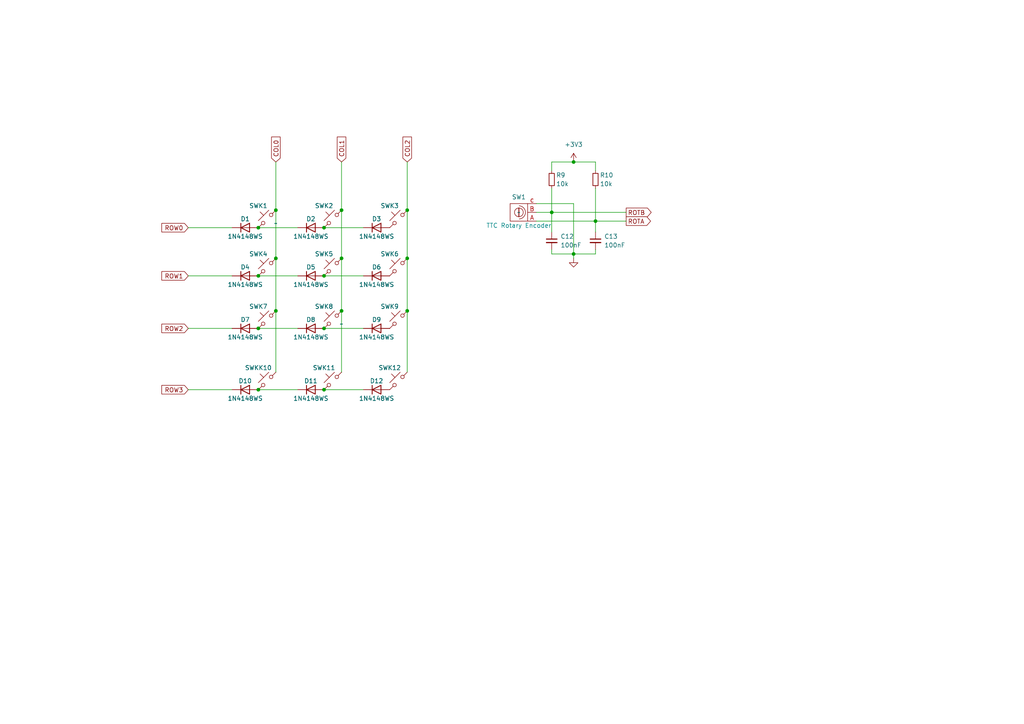
<source format=kicad_sch>
(kicad_sch (version 20230121) (generator eeschema)
  (paper "A4")
  (lib_symbols
    (symbol "Device:C_Small" (pin_numbers hide) (pin_names (offset 0.254) hide)
      (property "Reference" "C" (at 0.254 1.778 0))
      (property "Value" "C_Small" (at 0.254 -2.032 0))
      (symbol "C_Small_0_1"
        (polyline (pts (xy -1.524 -0.508) (xy 1.524 -0.508)) (stroke (width 0.3302)))
        (polyline (pts (xy -1.524 0.508) (xy 1.524 0.508)) (stroke (width 0.3048)))
      )
      (symbol "C_Small_1_1"
        (pin passive line (at 0 2.54 270) (length 2.032) (name "~") (number "1"))
        (pin passive line (at 0 -2.54 90) (length 2.032) (name "~") (number "2"))
      )
    )
    (symbol "Device:R_Small" (pin_numbers hide) (pin_names (offset 0.254) hide)
      (property "Reference" "R" (at 0.762 0.508 0))
      (property "Value" "R_Small" (at 0.762 -1.016 0))
      (symbol "R_Small_0_1"
        (rectangle (start -0.762 1.778) (end 0.762 -1.778) (stroke (width 0.2032)))
      )
      (symbol "R_Small_1_1"
        (pin passive line (at 0 2.54 270) (length 0.762) (name "~") (number "1"))
        (pin passive line (at 0 -2.54 90) (length 0.762) (name "~") (number "2"))
      )
    )
    (symbol "Diode:1N4148WS" (pin_numbers hide) (pin_names hide)
      (property "Reference" "D" (at 0 2.54 0))
      (property "Value" "1N4148WS" (at 0 -2.54 0))
      (symbol "1N4148WS_0_1"
        (polyline (pts (xy -1.27 1.27) (xy -1.27 -1.27)) (stroke (width 0.254)))
        (polyline (pts (xy 1.27 0) (xy -1.27 0)))
        (polyline (pts (xy 1.27 1.27) (xy 1.27 -1.27) (xy -1.27 0) (xy 1.27 1.27)) (stroke (width 0.254)))
      )
      (symbol "1N4148WS_1_1"
        (pin passive line (at -3.81 0 0) (length 2.54) (name "K") (number "1"))
        (pin passive line (at 3.81 0 180) (length 2.54) (name "A") (number "2"))
      )
    )
    (symbol "My_Cuson:e103-07_encoder"
      (property "Reference" "SW" (at 0 3.81 0))
      (symbol "e103-07_encoder_0_1"
        (rectangle (start -2.54 2.54) (end 2.54 -2.54))
        (circle (center 0 0) (radius 1.27))
        (arc (start 0.0878 -1.905) (mid 1.894 0) (end 0.0878 1.905))
      )
      (symbol "e103-07_encoder_1_1"
        (polyline (pts (xy 0 0) (xy 0 0)) (stroke (width 0.3) (type dash)))
        (polyline (pts (xy 0 1.27) (xy 0 -1.27)) (stroke (width 0.25)) (fill (type outline)))
        (text "TTC Rotary Encoder" (at 0 -3.81 0) (effects (font (size 1.27 1.27))))
        (pin input line (at 5.08 -2.54 180) (length 2.54) (name "1") (number "A"))
        (pin input line (at 5.08 0 180) (length 2.54) (name "2") (number "B"))
        (pin input line (at 5.08 2.54 180) (length 2.54) (name "3") (number "C"))
      )
    )
    (symbol "Switch:SW_Push_45deg" (pin_numbers hide) (pin_names (offset 1.016) hide)
      (property "Reference" "SW" (at 3.048 1.016 0))
      (property "Value" "SW_Push_45deg" (at 0 -3.81 0))
      (symbol "SW_Push_45deg_0_1"
        (circle (center -1.1684 1.1684) (radius 0.508))
        (polyline (pts (xy -0.508 2.54) (xy 2.54 -0.508)))
        (polyline (pts (xy 1.016 1.016) (xy 2.032 2.032)))
        (polyline (pts (xy -2.54 2.54) (xy -1.524 1.524) (xy -1.524 1.524)))
        (polyline (pts (xy 1.524 -1.524) (xy 2.54 -2.54) (xy 2.54 -2.54) (xy 2.54 -2.54)))
        (circle (center 1.143 -1.1938) (radius 0.508))
        (pin passive line (at -2.54 2.54 0) (length 0) (name "1") (number "1"))
        (pin passive line (at 2.54 -2.54 180) (length 0) (name "2") (number "2"))
      )
    )
    (symbol "power:+3V3" (power) (pin_names (offset 0))
      (property "Value" "+3V3" (at 0 3.556 0))
      (symbol "+3V3_0_1"
        (polyline (pts (xy -0.762 1.27) (xy 0 2.54)))
        (polyline (pts (xy 0 0) (xy 0 2.54)))
        (polyline (pts (xy 0 2.54) (xy 0.762 1.27)))
      )
      (symbol "+3V3_1_1"
        (pin power_in line (at 0 0 90) (length 0) hide (name "+3V3") (number "1"))
      )
    )
    (symbol "power:GND" (power) (pin_names (offset 0))
      (property "Value" "GND" (at 0 -3.81 0))
      (symbol "GND_0_1"
        (polyline (pts (xy 0 0) (xy 0 -1.27) (xy 1.27 -1.27) (xy 0 -2.54) (xy -1.27 -1.27) (xy 0 -1.27)))
      )
      (symbol "GND_1_1"
        (pin power_in line (at 0 0 270) (length 0) hide (name "GND") (number "1"))
      )
    )
  )
  (junction (at 93.98 80.01))
  (junction (at 80.01 90.17))
  (junction (at 93.98 66.04))
  (junction (at 172.72 64.135))
  (junction (at 74.93 95.25))
  (junction (at 93.98 113.03))
  (junction (at 74.93 66.04))
  (junction (at 74.93 113.03))
  (junction (at 99.06 74.93))
  (junction (at 93.98 95.25))
  (junction (at 166.37 46.99))
  (junction (at 99.06 60.96))
  (junction (at 118.11 90.17))
  (junction (at 80.01 60.96))
  (junction (at 166.37 73.66))
  (junction (at 118.11 74.93))
  (junction (at 80.01 74.93))
  (junction (at 99.06 90.17))
  (junction (at 118.11 60.96))
  (junction (at 160.02 61.595))
  (junction (at 74.93 80.01))
  (wire (pts (xy 80.01 46.99) (xy 80.01 60.96)))
  (wire (pts (xy 172.72 49.53) (xy 172.72 46.99)))
  (wire (pts (xy 166.37 73.66) (xy 166.37 74.93)))
  (wire (pts (xy 172.72 54.61) (xy 172.72 64.135)))
  (wire (pts (xy 80.01 74.93) (xy 80.01 90.17)))
  (wire (pts (xy 160.02 72.39) (xy 160.02 73.66)))
  (wire (pts (xy 99.06 74.93) (xy 99.06 90.17)))
  (wire (pts (xy 74.93 95.25) (xy 86.36 95.25)))
  (wire (pts (xy 166.37 59.055) (xy 155.575 59.055)))
  (wire (pts (xy 74.93 113.03) (xy 86.36 113.03)))
  (wire (pts (xy 93.98 80.01) (xy 105.41 80.01)))
  (wire (pts (xy 155.575 64.135) (xy 172.72 64.135)))
  (wire (pts (xy 160.02 61.595) (xy 160.02 67.31)))
  (wire (pts (xy 172.72 73.66) (xy 166.37 73.66)))
  (wire (pts (xy 93.98 95.25) (xy 105.41 95.25)))
  (wire (pts (xy 172.72 72.39) (xy 172.72 73.66)))
  (wire (pts (xy 74.93 66.04) (xy 86.36 66.04)))
  (wire (pts (xy 99.06 46.99) (xy 99.06 60.96)))
  (wire (pts (xy 118.11 46.99) (xy 118.11 60.96)))
  (wire (pts (xy 118.11 90.17) (xy 118.11 107.95)))
  (wire (pts (xy 160.02 46.99) (xy 160.02 49.53)))
  (wire (pts (xy 166.37 46.99) (xy 172.72 46.99)))
  (wire (pts (xy 160.02 54.61) (xy 160.02 61.595)))
  (wire (pts (xy 54.61 113.03) (xy 67.31 113.03)))
  (wire (pts (xy 80.01 60.96) (xy 80.01 74.93)))
  (wire (pts (xy 172.72 64.135) (xy 172.72 67.31)))
  (wire (pts (xy 93.98 66.04) (xy 105.41 66.04)))
  (wire (pts (xy 93.98 113.03) (xy 105.41 113.03)))
  (wire (pts (xy 118.11 74.93) (xy 118.11 90.17)))
  (wire (pts (xy 99.06 60.96) (xy 99.06 74.93)))
  (wire (pts (xy 54.61 80.01) (xy 67.31 80.01)))
  (wire (pts (xy 80.01 90.17) (xy 80.01 107.95)))
  (wire (pts (xy 74.93 80.01) (xy 86.36 80.01)))
  (wire (pts (xy 99.06 90.17) (xy 99.06 107.95)))
  (wire (pts (xy 160.02 46.99) (xy 166.37 46.99)))
  (wire (pts (xy 54.61 66.04) (xy 67.31 66.04)))
  (wire (pts (xy 118.11 60.96) (xy 118.11 74.93)))
  (wire (pts (xy 54.61 95.25) (xy 67.31 95.25)))
  (wire (pts (xy 155.575 61.595) (xy 160.02 61.595)))
  (wire (pts (xy 160.02 61.595) (xy 181.61 61.595)))
  (wire (pts (xy 166.37 59.055) (xy 166.37 73.66)))
  (wire (pts (xy 172.72 64.135) (xy 181.61 64.135)))
  (wire (pts (xy 160.02 73.66) (xy 166.37 73.66)))
  (global_label "COL1" (shape input) (at 99.06 46.99 90) (property "Intersheetrefs" "${INTERSHEET_REFS}" (effects hide)))
  (global_label "ROW0" (shape input) (at 54.61 66.04 180) (property "Intersheetrefs" "${INTERSHEET_REFS}" (effects hide)))
  (global_label "ROW3" (shape input) (at 54.61 113.03 180) (property "Intersheetrefs" "${INTERSHEET_REFS}" (effects hide)))
  (global_label "ROW2" (shape input) (at 54.61 95.25 180) (property "Intersheetrefs" "${INTERSHEET_REFS}" (effects hide)))
  (global_label "ROTA" (shape output) (at 181.61 64.135 0) (property "Intersheetrefs" "${INTERSHEET_REFS}" (effects hide)))
  (global_label "COL0" (shape input) (at 80.01 46.99 90) (property "Intersheetrefs" "${INTERSHEET_REFS}" (effects hide)))
  (global_label "ROW1" (shape input) (at 54.61 80.01 180) (property "Intersheetrefs" "${INTERSHEET_REFS}" (effects hide)))
  (global_label "COL2" (shape input) (at 118.11 46.99 90) (property "Intersheetrefs" "${INTERSHEET_REFS}" (effects hide)))
  (global_label "ROTB" (shape output) (at 181.61 61.595 0) (property "Intersheetrefs" "${INTERSHEET_REFS}" (effects hide)))
  (symbol (lib_id "Diode:1N4148WS") (at 90.17 95.25 0) (unit 1)
    (property "Reference" "D8" (at 90.17 92.71 0))
    (property "Value" "1N4148WS" (at 90.17 97.79 0))
    (property "Footprint" "Diode_SMD:D_SOD-323" (effects hide))
    (property "Datasheet" "https://www.vishay.com/docs/85751/1n4148ws.pdf" (effects hide))
    (property "Sim.Device" "D" (effects hide))
    (property "Sim.Pins" "1=K 2=A" (effects hide))
  )
  (symbol (lib_id "Diode:1N4148WS") (at 109.22 95.25 0) (unit 1)
    (property "Reference" "D9" (at 109.22 92.71 0))
    (property "Value" "1N4148WS" (at 109.22 97.79 0))
    (property "Footprint" "Diode_SMD:D_SOD-323" (effects hide))
    (property "Datasheet" "https://www.vishay.com/docs/85751/1n4148ws.pdf" (effects hide))
    (property "Sim.Device" "D" (effects hide))
    (property "Sim.Pins" "1=K 2=A" (effects hide))
  )
  (symbol (lib_id "Diode:1N4148WS") (at 71.12 66.04 0) (unit 1)
    (property "Reference" "D1" (at 71.12 63.5 0))
    (property "Value" "1N4148WS" (at 71.12 68.58 0))
    (property "Footprint" "Diode_SMD:D_SOD-323" (effects hide))
    (property "Datasheet" "https://www.vishay.com/docs/85751/1n4148ws.pdf" (effects hide))
    (property "Sim.Device" "D" (effects hide))
    (property "Sim.Pins" "1=K 2=A" (effects hide))
  )
  (symbol (lib_id "Switch:SW_Push_45deg") (at 96.52 77.47 0) (mirror y) (unit 1)
    (property "Reference" "SWK5" (at 93.98 73.66 0))
    (property "Value" "KEY5" (effects hide))
    (property "Footprint" "Button_Switch_Keyboard:SW_Cherry_MX_1.00u_PCB" (effects hide))
  )
  (symbol (lib_id "Device:C_Small") (at 160.02 69.85 0) (unit 1)
    (property "Reference" "C12" (at 162.56 68.58 0) (effects (justify left)))
    (property "Value" "100nF" (at 162.56 71.12 0) (effects (justify left)))
    (property "Footprint" "Capacitor_SMD:C_0402_1005Metric" (effects hide))
    (property "LCSC" "C1525" (effects hide))
    (instances (project "pro72" (path "" (reference "C12") (unit 1))) (project "isometria-75-pcb-iso" (path "" (reference "C19") (unit 1))))
  )
  (symbol (lib_id "Switch:SW_Push_45deg") (at 115.57 92.71 0) (mirror y) (unit 1)
    (property "Reference" "SWK9" (at 113.03 88.9 0))
    (property "Value" "KEY6" (effects hide))
    (property "Footprint" "Button_Switch_Keyboard:SW_Cherry_MX_1.00u_PCB" (effects hide))
  )
  (symbol (lib_id "Switch:SW_Push_45deg") (at 115.57 63.5 0) (mirror y) (unit 1)
    (property "Reference" "SWK3" (at 113.03 59.69 0))
    (property "Value" "KEY3" (effects hide))
    (property "Footprint" "Button_Switch_Keyboard:SW_Cherry_MX_1.00u_PCB" (effects hide))
  )
  (symbol (lib_id "Diode:1N4148WS") (at 109.22 66.04 0) (unit 1)
    (property "Reference" "D3" (at 109.22 63.5 0))
    (property "Value" "1N4148WS" (at 109.22 68.58 0))
    (property "Footprint" "Diode_SMD:D_SOD-323" (effects hide))
    (property "Datasheet" "https://www.vishay.com/docs/85751/1n4148ws.pdf" (effects hide))
    (property "Sim.Device" "D" (effects hide))
    (property "Sim.Pins" "1=K 2=A" (effects hide))
  )
  (symbol (lib_id "Device:R_Small") (at 172.72 52.07 0) (unit 1)
    (property "Reference" "R10" (at 173.99 50.8 0) (effects (justify left)))
    (property "Value" "10k" (at 173.99 53.34 0) (effects (justify left)))
    (property "Footprint" "Resistor_SMD:R_0402_1005Metric" (effects hide))
    (property "LCSC" "C25744" (effects hide))
    (instances (project "pro72" (path "" (reference "R10") (unit 1))) (project "isometria-75-pcb-iso" (path "" (reference "R23") (unit 1))))
  )
  (symbol (lib_id "Diode:1N4148WS") (at 90.17 113.03 0) (unit 1)
    (property "Reference" "D11" (at 90.17 110.49 0))
    (property "Value" "1N4148WS" (at 90.17 115.57 0))
    (property "Footprint" "Diode_SMD:D_SOD-323" (effects hide))
    (property "Datasheet" "https://www.vishay.com/docs/85751/1n4148ws.pdf" (effects hide))
    (property "Sim.Device" "D" (effects hide))
    (property "Sim.Pins" "1=K 2=A" (effects hide))
  )
  (symbol (lib_id "Switch:SW_Push_45deg") (at 96.52 63.5 0) (mirror y) (unit 1)
    (property "Reference" "SWK2" (at 93.98 59.69 0))
    (property "Value" "KEY2" (effects hide))
    (property "Footprint" "Button_Switch_Keyboard:SW_Cherry_MX_1.00u_PCB" (effects hide))
  )
  (symbol (lib_id "Switch:SW_Push_45deg") (at 115.57 110.49 0) (mirror y) (unit 1)
    (property "Reference" "SWK12" (at 113.03 106.68 0))
    (property "Value" "KEY3" (effects hide))
    (property "Footprint" "Button_Switch_Keyboard:SW_Cherry_MX_1.00u_PCB" (effects hide))
  )
  (symbol (lib_id "Switch:SW_Push_45deg") (at 77.47 92.71 0) (mirror y) (unit 1)
    (property "Reference" "SWK7" (at 74.93 88.9 0))
    (property "Value" "KEY7" (effects hide))
    (property "Footprint" "Button_Switch_Keyboard:SW_Cherry_MX_1.00u_PCB" (effects hide))
  )
  (symbol (lib_id "Device:C_Small") (at 172.72 69.85 0) (unit 1)
    (property "Reference" "C13" (at 175.26 68.58 0) (effects (justify left)))
    (property "Value" "100nF" (at 175.26 71.12 0) (effects (justify left)))
    (property "Footprint" "Capacitor_SMD:C_0402_1005Metric" (effects hide))
    (property "LCSC" "C1525" (effects hide))
    (instances (project "pro72" (path "" (reference "C13") (unit 1))) (project "isometria-75-pcb-iso" (path "" (reference "C19") (unit 1))))
  )
  (symbol (lib_id "Diode:1N4148WS") (at 90.17 66.04 0) (unit 1)
    (property "Reference" "D2" (at 90.17 63.5 0))
    (property "Value" "1N4148WS" (at 90.17 68.58 0))
    (property "Footprint" "Diode_SMD:D_SOD-323" (effects hide))
    (property "Datasheet" "https://www.vishay.com/docs/85751/1n4148ws.pdf" (effects hide))
    (property "Sim.Device" "D" (effects hide))
    (property "Sim.Pins" "1=K 2=A" (effects hide))
  )
  (symbol (lib_id "Switch:SW_Push_45deg") (at 77.47 110.49 0) (mirror y) (unit 1)
    (property "Reference" "SWKK10" (at 74.93 106.68 0))
    (property "Value" "KEY1" (effects hide))
    (property "Footprint" "Button_Switch_Keyboard:SW_Cherry_MX_1.00u_PCB" (effects hide))
  )
  (symbol (lib_id "Device:R_Small") (at 160.02 52.07 0) (unit 1)
    (property "Reference" "R9" (at 161.29 50.8 0) (effects (justify left)))
    (property "Value" "10k" (at 161.29 53.34 0) (effects (justify left)))
    (property "Footprint" "Resistor_SMD:R_0402_1005Metric" (effects hide))
    (property "LCSC" "C25744" (effects hide))
    (instances (project "pro72" (path "" (reference "R9") (unit 1))) (project "isometria-75-pcb-iso" (path "" (reference "R23") (unit 1))))
  )
  (symbol (lib_id "Diode:1N4148WS") (at 109.22 113.03 0) (unit 1)
    (property "Reference" "D12" (at 109.22 110.49 0))
    (property "Value" "1N4148WS" (at 109.22 115.57 0))
    (property "Footprint" "Diode_SMD:D_SOD-323" (effects hide))
    (property "Datasheet" "https://www.vishay.com/docs/85751/1n4148ws.pdf" (effects hide))
    (property "Sim.Device" "D" (effects hide))
    (property "Sim.Pins" "1=K 2=A" (effects hide))
  )
  (symbol (lib_id "Diode:1N4148WS") (at 109.22 80.01 0) (unit 1)
    (property "Reference" "D6" (at 109.22 77.47 0))
    (property "Value" "1N4148WS" (at 109.22 82.55 0))
    (property "Footprint" "Diode_SMD:D_SOD-323" (effects hide))
    (property "Datasheet" "https://www.vishay.com/docs/85751/1n4148ws.pdf" (effects hide))
    (property "Sim.Device" "D" (effects hide))
    (property "Sim.Pins" "1=K 2=A" (effects hide))
  )
  (symbol (lib_id "Switch:SW_Push_45deg") (at 115.57 77.47 0) (mirror y) (unit 1)
    (property "Reference" "SWK6" (at 113.03 73.66 0))
    (property "Value" "KEY6" (effects hide))
    (property "Footprint" "Button_Switch_Keyboard:SW_Cherry_MX_1.00u_PCB" (effects hide))
  )
  (symbol (lib_id "Switch:SW_Push_45deg") (at 77.47 63.5 0) (mirror y) (unit 1)
    (property "Reference" "SWK1" (at 74.93 59.69 0))
    (property "Value" "~" (at 80.01 64.77 0))
    (property "Footprint" "Button_Switch_Keyboard:SW_Cherry_MX_1.00u_PCB" (effects hide))
  )
  (symbol (lib_id "Switch:SW_Push_45deg") (at 96.52 92.71 0) (mirror y) (unit 1)
    (property "Reference" "SWK8" (at 93.98 88.9 0))
    (property "Value" "~" (at 99.06 93.98 0))
    (property "Footprint" "Button_Switch_Keyboard:SW_Cherry_MX_1.00u_PCB" (effects hide))
  )
  (symbol (lib_id "Diode:1N4148WS") (at 71.12 113.03 0) (unit 1)
    (property "Reference" "D10" (at 71.12 110.49 0))
    (property "Value" "1N4148WS" (at 71.12 115.57 0))
    (property "Footprint" "Diode_SMD:D_SOD-323" (effects hide))
    (property "Datasheet" "https://www.vishay.com/docs/85751/1n4148ws.pdf" (effects hide))
    (property "Sim.Device" "D" (effects hide))
    (property "Sim.Pins" "1=K 2=A" (effects hide))
  )
  (symbol (lib_id "Diode:1N4148WS") (at 71.12 80.01 0) (unit 1)
    (property "Reference" "D4" (at 71.12 77.47 0))
    (property "Value" "1N4148WS" (at 71.12 82.55 0))
    (property "Footprint" "Diode_SMD:D_SOD-323" (effects hide))
    (property "Datasheet" "https://www.vishay.com/docs/85751/1n4148ws.pdf" (effects hide))
    (property "Sim.Device" "D" (effects hide))
    (property "Sim.Pins" "1=K 2=A" (effects hide))
  )
  (symbol (lib_id "Diode:1N4148WS") (at 90.17 80.01 0) (unit 1)
    (property "Reference" "D5" (at 90.17 77.47 0))
    (property "Value" "1N4148WS" (at 90.17 82.55 0))
    (property "Footprint" "Diode_SMD:D_SOD-323" (effects hide))
    (property "Datasheet" "https://www.vishay.com/docs/85751/1n4148ws.pdf" (effects hide))
    (property "Sim.Device" "D" (effects hide))
    (property "Sim.Pins" "1=K 2=A" (effects hide))
  )
  (symbol (lib_id "power:GND") (at 166.37 74.93 0) (unit 1)
    (property "Reference" "#PWR03" (effects hide))
    (property "Value" "GND" (effects hide))
  )
  (symbol (lib_id "power:+3V3") (at 166.37 46.99 0) (unit 1)
    (property "Reference" "#PWR019" (effects hide))
    (property "Value" "+3V3" (at 166.37 41.91 0))
  )
  (symbol (lib_id "Diode:1N4148WS") (at 71.12 95.25 0) (unit 1)
    (property "Reference" "D7" (at 71.12 92.71 0))
    (property "Value" "1N4148WS" (at 71.12 97.79 0))
    (property "Footprint" "Diode_SMD:D_SOD-323" (effects hide))
    (property "Datasheet" "https://www.vishay.com/docs/85751/1n4148ws.pdf" (effects hide))
    (property "Sim.Device" "D" (effects hide))
    (property "Sim.Pins" "1=K 2=A" (effects hide))
  )
  (symbol (lib_id "Switch:SW_Push_45deg") (at 77.47 77.47 0) (mirror y) (unit 1)
    (property "Reference" "SWK4" (at 74.93 73.66 0))
    (property "Value" "KEY4" (effects hide))
    (property "Footprint" "Button_Switch_Keyboard:SW_Cherry_MX_1.00u_PCB" (effects hide))
  )
  (symbol (lib_id "Switch:SW_Push_45deg") (at 96.52 110.49 0) (mirror y) (unit 1)
    (property "Reference" "SWK11" (at 93.98 106.68 0))
    (property "Value" "KEY2" (effects hide))
    (property "Footprint" "Button_Switch_Keyboard:SW_Cherry_MX_1.00u_PCB" (effects hide))
  )
  (symbol (lib_id "My_Cuson:e103-07_encoder") (at 150.495 61.595 0) (unit 1)
    (property "Reference" "SW1" (at 150.495 57.15 0))
    (property "Value" "~" (at 150.495 61.595 0))
    (property "Footprint" "My_Custom:e103-07" (effects hide))
  )
)
</source>
